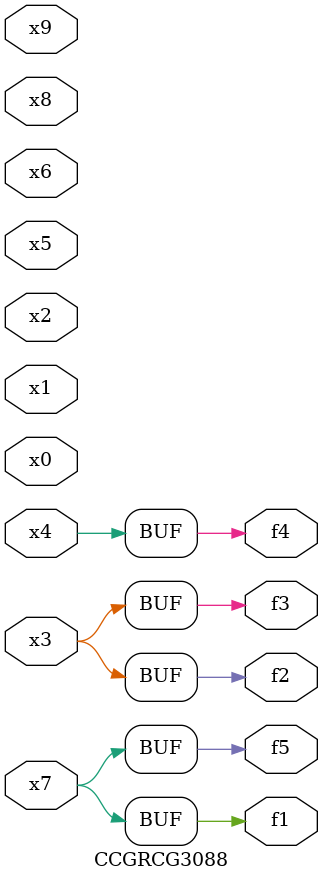
<source format=v>
module CCGRCG3088(
	input x0, x1, x2, x3, x4, x5, x6, x7, x8, x9,
	output f1, f2, f3, f4, f5
);
	assign f1 = x7;
	assign f2 = x3;
	assign f3 = x3;
	assign f4 = x4;
	assign f5 = x7;
endmodule

</source>
